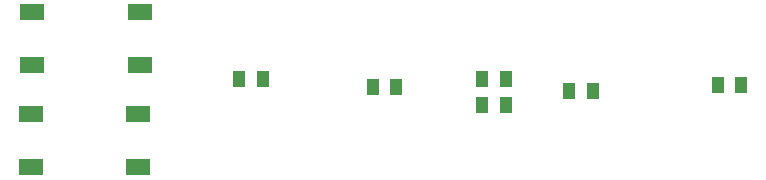
<source format=gbr>
G04 EAGLE Gerber RS-274X export*
G75*
%MOMM*%
%FSLAX34Y34*%
%LPD*%
%INSolderpaste Top*%
%IPPOS*%
%AMOC8*
5,1,8,0,0,1.08239X$1,22.5*%
G01*
%ADD10R,1.100000X1.400000*%
%ADD11R,2.100000X1.400000*%


D10*
X777400Y504190D03*
X797400Y504190D03*
X777400Y482600D03*
X797400Y482600D03*
D11*
X487460Y515980D03*
X396460Y515980D03*
X487460Y560980D03*
X396460Y560980D03*
X395190Y474620D03*
X486190Y474620D03*
X395190Y429620D03*
X486190Y429620D03*
D10*
X571660Y504190D03*
X591660Y504190D03*
X684690Y497840D03*
X704690Y497840D03*
X851060Y494030D03*
X871060Y494030D03*
X976790Y499110D03*
X996790Y499110D03*
M02*

</source>
